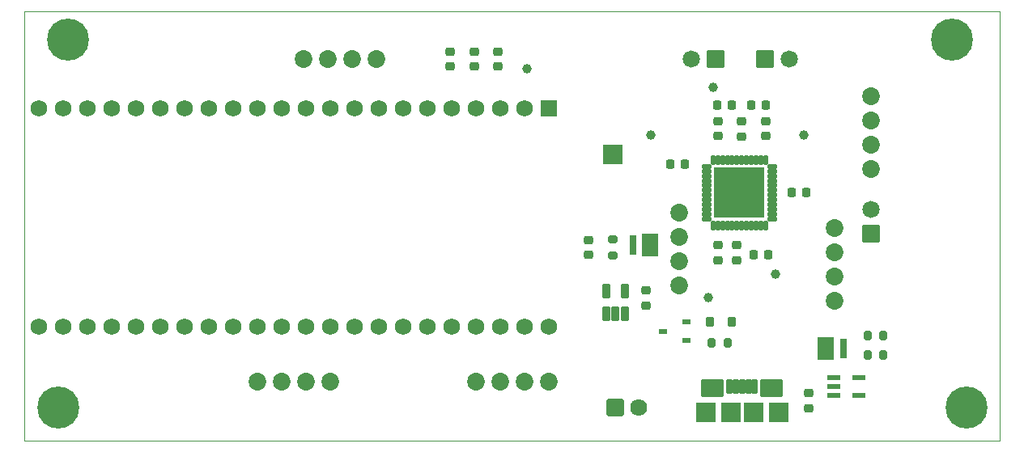
<source format=gbr>
%TF.GenerationSoftware,KiCad,Pcbnew,9.0.0*%
%TF.CreationDate,2025-05-10T16:39:55-04:00*%
%TF.ProjectId,HELPStat_V2,48454c50-5374-4617-945f-56322e6b6963,rev?*%
%TF.SameCoordinates,Original*%
%TF.FileFunction,Soldermask,Top*%
%TF.FilePolarity,Negative*%
%FSLAX46Y46*%
G04 Gerber Fmt 4.6, Leading zero omitted, Abs format (unit mm)*
G04 Created by KiCad (PCBNEW 9.0.0) date 2025-05-10 16:39:55*
%MOMM*%
%LPD*%
G01*
G04 APERTURE LIST*
G04 Aperture macros list*
%AMRoundRect*
0 Rectangle with rounded corners*
0 $1 Rounding radius*
0 $2 $3 $4 $5 $6 $7 $8 $9 X,Y pos of 4 corners*
0 Add a 4 corners polygon primitive as box body*
4,1,4,$2,$3,$4,$5,$6,$7,$8,$9,$2,$3,0*
0 Add four circle primitives for the rounded corners*
1,1,$1+$1,$2,$3*
1,1,$1+$1,$4,$5*
1,1,$1+$1,$6,$7*
1,1,$1+$1,$8,$9*
0 Add four rect primitives between the rounded corners*
20,1,$1+$1,$2,$3,$4,$5,0*
20,1,$1+$1,$4,$5,$6,$7,0*
20,1,$1+$1,$6,$7,$8,$9,0*
20,1,$1+$1,$8,$9,$2,$3,0*%
G04 Aperture macros list end*
%ADD10C,1.854000*%
%ADD11RoundRect,0.225000X-0.250000X0.225000X-0.250000X-0.225000X0.250000X-0.225000X0.250000X0.225000X0*%
%ADD12RoundRect,0.102000X0.802500X0.802500X-0.802500X0.802500X-0.802500X-0.802500X0.802500X-0.802500X0*%
%ADD13C,1.809000*%
%ADD14RoundRect,0.225000X0.250000X-0.225000X0.250000X0.225000X-0.250000X0.225000X-0.250000X-0.225000X0*%
%ADD15RoundRect,0.102000X0.787500X0.787500X-0.787500X0.787500X-0.787500X-0.787500X0.787500X-0.787500X0*%
%ADD16C,1.779000*%
%ADD17RoundRect,0.225000X0.225000X0.250000X-0.225000X0.250000X-0.225000X-0.250000X0.225000X-0.250000X0*%
%ADD18C,4.400000*%
%ADD19RoundRect,0.225000X-0.225000X-0.250000X0.225000X-0.250000X0.225000X0.250000X-0.225000X0.250000X0*%
%ADD20R,2.000000X2.000000*%
%ADD21C,1.000000*%
%ADD22RoundRect,0.200000X0.200000X0.275000X-0.200000X0.275000X-0.200000X-0.275000X0.200000X-0.275000X0*%
%ADD23R,1.320800X0.508000*%
%ADD24R,0.863600X0.558800*%
%ADD25RoundRect,0.102000X0.802500X-0.802500X0.802500X0.802500X-0.802500X0.802500X-0.802500X-0.802500X0*%
%ADD26RoundRect,0.102000X-0.315000X-0.415000X0.315000X-0.415000X0.315000X0.415000X-0.315000X0.415000X0*%
%ADD27RoundRect,0.200000X-0.200000X-0.275000X0.200000X-0.275000X0.200000X0.275000X-0.200000X0.275000X0*%
%ADD28R,1.752600X2.400000*%
%ADD29R,0.787400X2.006600*%
%ADD30RoundRect,0.102000X-0.200000X-0.675000X0.200000X-0.675000X0.200000X0.675000X-0.200000X0.675000X0*%
%ADD31RoundRect,0.102000X-1.050000X-0.800000X1.050000X-0.800000X1.050000X0.800000X-1.050000X0.800000X0*%
%ADD32RoundRect,0.102000X-0.900000X-0.950000X0.900000X-0.950000X0.900000X0.950000X-0.900000X0.950000X0*%
%ADD33RoundRect,0.102000X-0.950000X-0.950000X0.950000X-0.950000X0.950000X0.950000X-0.950000X0.950000X0*%
%ADD34RoundRect,0.060300X0.341700X-0.716700X0.341700X0.716700X-0.341700X0.716700X-0.341700X-0.716700X0*%
%ADD35RoundRect,0.102000X-0.765000X0.765000X-0.765000X-0.765000X0.765000X-0.765000X0.765000X0.765000X0*%
%ADD36C,1.734000*%
%ADD37RoundRect,0.200000X0.275000X-0.200000X0.275000X0.200000X-0.275000X0.200000X-0.275000X-0.200000X0*%
%ADD38RoundRect,0.102000X-0.802500X-0.802500X0.802500X-0.802500X0.802500X0.802500X-0.802500X0.802500X0*%
%ADD39RoundRect,0.058000X-0.174000X0.464000X-0.174000X-0.464000X0.174000X-0.464000X0.174000X0.464000X0*%
%ADD40RoundRect,0.058000X-0.464000X0.174000X-0.464000X-0.174000X0.464000X-0.174000X0.464000X0.174000X0*%
%ADD41RoundRect,0.102000X-2.550000X2.550000X-2.550000X-2.550000X2.550000X-2.550000X2.550000X2.550000X0*%
%TA.AperFunction,Profile*%
%ADD42C,0.050000*%
%TD*%
G04 APERTURE END LIST*
D10*
%TO.C,J8*%
X124000000Y-106040000D03*
X124000000Y-103500000D03*
X124000000Y-100960000D03*
X124000000Y-98420000D03*
%TD*%
D11*
%TO.C,C17*%
X117500000Y-129500000D03*
X117500000Y-131050000D03*
%TD*%
D12*
%TO.C,J4*%
X107770000Y-94500000D03*
D13*
X105230000Y-94500000D03*
%TD*%
D14*
%TO.C,C7*%
X80000000Y-95275000D03*
X80000000Y-93725000D03*
%TD*%
D15*
%TO.C,J2*%
X97250000Y-130975000D03*
D16*
X99750000Y-130975000D03*
%TD*%
D14*
%TO.C,C18*%
X108000000Y-102550000D03*
X108000000Y-101000000D03*
%TD*%
%TO.C,C9*%
X113000000Y-102550000D03*
X113000000Y-101000000D03*
%TD*%
D17*
%TO.C,C19*%
X109500000Y-99330000D03*
X107950000Y-99330000D03*
%TD*%
D18*
%TO.C,H4*%
X134000000Y-131000000D03*
%TD*%
D14*
%TO.C,C3*%
X100500000Y-120300000D03*
X100500000Y-118750000D03*
%TD*%
D19*
%TO.C,C11*%
X115725000Y-108500000D03*
X117275000Y-108500000D03*
%TD*%
D20*
%TO.C,CS0*%
X97000000Y-104500000D03*
%TD*%
D21*
%TO.C,TP4*%
X101000000Y-102500000D03*
%TD*%
D11*
%TO.C,C4*%
X94500000Y-113475000D03*
X94500000Y-115025000D03*
%TD*%
D14*
%TO.C,C5*%
X85000000Y-95275000D03*
X85000000Y-93725000D03*
%TD*%
D18*
%TO.C,H2*%
X132500000Y-92500000D03*
%TD*%
D22*
%TO.C,R8*%
X125325000Y-123500000D03*
X123675000Y-123500000D03*
%TD*%
D11*
%TO.C,C20*%
X108000000Y-114000000D03*
X108000000Y-115550000D03*
%TD*%
D23*
%TO.C,U2*%
X120159200Y-127849998D03*
X120159200Y-128799999D03*
X120159200Y-129750000D03*
X122750000Y-129750000D03*
X122750000Y-127849998D03*
%TD*%
D24*
%TO.C,MOSFET1*%
X104693800Y-123950001D03*
X104693800Y-122049999D03*
X102306200Y-123000000D03*
%TD*%
D25*
%TO.C,J3*%
X124000000Y-112770000D03*
D13*
X124000000Y-110230000D03*
%TD*%
D26*
%TO.C,D1*%
X109500000Y-122000000D03*
X107200000Y-122000000D03*
%TD*%
D27*
%TO.C,R7*%
X123675000Y-125500000D03*
X125325000Y-125500000D03*
%TD*%
D18*
%TO.C,H1*%
X40000000Y-92500000D03*
%TD*%
D10*
%TO.C,J7*%
X120250000Y-112190000D03*
X120250000Y-114730000D03*
X120250000Y-117270000D03*
X120250000Y-119810000D03*
%TD*%
D21*
%TO.C,TP5*%
X114000000Y-117000000D03*
%TD*%
%TO.C,TP6*%
X117000000Y-102500000D03*
%TD*%
D22*
%TO.C,R4*%
X109000000Y-124250000D03*
X107350000Y-124250000D03*
%TD*%
D19*
%TO.C,C10*%
X111725000Y-115000000D03*
X113275000Y-115000000D03*
%TD*%
D28*
%TO.C,LED1*%
X119281500Y-124799999D03*
D29*
X121110300Y-124799999D03*
%TD*%
D19*
%TO.C,C12*%
X111500000Y-99330000D03*
X113050000Y-99330000D03*
%TD*%
D30*
%TO.C,J1*%
X109250000Y-128825000D03*
X109900000Y-128825000D03*
X110550000Y-128825000D03*
X111200000Y-128825000D03*
X111850000Y-128825000D03*
D31*
X107450000Y-128950000D03*
X113650000Y-128950000D03*
D32*
X106750000Y-131500000D03*
D33*
X109350000Y-131500000D03*
X111750000Y-131500000D03*
D32*
X114350000Y-131500000D03*
%TD*%
D34*
%TO.C,U3*%
X96356200Y-121185000D03*
X97306200Y-121185000D03*
X98256200Y-121185000D03*
X98256200Y-118815000D03*
X96356200Y-118815000D03*
%TD*%
D10*
%TO.C,SPI0*%
X67500000Y-128250000D03*
X64960000Y-128250000D03*
X62420000Y-128250000D03*
X59880000Y-128250000D03*
%TD*%
D21*
%TO.C,TP3*%
X107500000Y-97500000D03*
%TD*%
%TO.C,TP1*%
X107000000Y-119500000D03*
%TD*%
D14*
%TO.C,C21*%
X110500000Y-102605000D03*
X110500000Y-101055000D03*
%TD*%
D35*
%TO.C,U5*%
X90340000Y-99640000D03*
D36*
X87800000Y-99640000D03*
X85260000Y-99640000D03*
X82720000Y-99640000D03*
X80180000Y-99640000D03*
X77640000Y-99640000D03*
X75100000Y-99640000D03*
X72560000Y-99640000D03*
X70020000Y-99640000D03*
X67480000Y-99640000D03*
X64940000Y-99640000D03*
X62400000Y-99640000D03*
X59860000Y-99640000D03*
X57320000Y-99640000D03*
X54780000Y-99640000D03*
X52240000Y-99640000D03*
X49700000Y-99640000D03*
X47160000Y-99640000D03*
X44620000Y-99640000D03*
X42080000Y-99640000D03*
X39540000Y-99640000D03*
X37000000Y-99640000D03*
X90340000Y-122500000D03*
X87800000Y-122500000D03*
X85260000Y-122500000D03*
X82720000Y-122500000D03*
X80180000Y-122500000D03*
X77640000Y-122500000D03*
X75100000Y-122500000D03*
X72560000Y-122500000D03*
X70020000Y-122500000D03*
X67480000Y-122500000D03*
X64940000Y-122500000D03*
X62400000Y-122500000D03*
X59860000Y-122500000D03*
X57320000Y-122500000D03*
X54780000Y-122500000D03*
X52240000Y-122500000D03*
X49700000Y-122500000D03*
X47160000Y-122500000D03*
X44620000Y-122500000D03*
X42080000Y-122500000D03*
X39540000Y-122500000D03*
X37000000Y-122500000D03*
%TD*%
D37*
%TO.C,R9*%
X97000000Y-115075000D03*
X97000000Y-113425000D03*
%TD*%
D18*
%TO.C,H3*%
X39000000Y-131000000D03*
%TD*%
D10*
%TO.C,I2C0*%
X72290000Y-94500000D03*
X69750000Y-94500000D03*
X67210000Y-94500000D03*
X64670000Y-94500000D03*
%TD*%
D11*
%TO.C,C22*%
X110000000Y-114000000D03*
X110000000Y-115550000D03*
%TD*%
D38*
%TO.C,J5*%
X112960000Y-94500000D03*
D13*
X115500000Y-94500000D03*
%TD*%
D28*
%TO.C,LED2*%
X100923100Y-114000000D03*
D29*
X99094300Y-114000000D03*
%TD*%
D17*
%TO.C,C8*%
X104550000Y-105500000D03*
X103000000Y-105500000D03*
%TD*%
D14*
%TO.C,C6*%
X82500000Y-95275000D03*
X82500000Y-93725000D03*
%TD*%
D10*
%TO.C,J6*%
X104000000Y-110575000D03*
X104000000Y-113115000D03*
X104000000Y-115655000D03*
X104000000Y-118195000D03*
%TD*%
D21*
%TO.C,TP2*%
X88000000Y-95500000D03*
%TD*%
D39*
%TO.C,U4*%
X113000000Y-105055000D03*
X112500000Y-105055000D03*
X112000000Y-105055000D03*
X111500000Y-105055000D03*
X111000000Y-105055000D03*
X110500000Y-105055000D03*
X110000000Y-105055000D03*
X109500000Y-105055000D03*
X109000000Y-105055000D03*
X108500000Y-105055000D03*
X108000000Y-105055000D03*
X107500000Y-105055000D03*
D40*
X106805000Y-105750000D03*
X106805000Y-106250000D03*
X106805000Y-106750000D03*
X106805000Y-107250000D03*
X106805000Y-107750000D03*
X106805000Y-108250000D03*
X106805000Y-108750000D03*
X106805000Y-109250000D03*
X106805000Y-109750000D03*
X106805000Y-110250000D03*
X106805000Y-110750000D03*
X106805000Y-111250000D03*
D39*
X107500000Y-111945000D03*
X108000000Y-111945000D03*
X108500000Y-111945000D03*
X109000000Y-111945000D03*
X109500000Y-111945000D03*
X110000000Y-111945000D03*
X110500000Y-111945000D03*
X111000000Y-111945000D03*
X111500000Y-111945000D03*
X112000000Y-111945000D03*
X112500000Y-111945000D03*
X113000000Y-111945000D03*
D40*
X113695000Y-111250000D03*
X113695000Y-110750000D03*
X113695000Y-110250000D03*
X113695000Y-109750000D03*
X113695000Y-109250000D03*
X113695000Y-108750000D03*
X113695000Y-108250000D03*
X113695000Y-107750000D03*
X113695000Y-107250000D03*
X113695000Y-106750000D03*
X113695000Y-106250000D03*
X113695000Y-105750000D03*
D41*
X110250000Y-108500000D03*
%TD*%
D10*
%TO.C,UART0*%
X82690000Y-128250000D03*
X85230000Y-128250000D03*
X87770000Y-128250000D03*
X90310000Y-128250000D03*
%TD*%
D42*
X35500000Y-89500000D02*
X137500000Y-89500000D01*
X137500000Y-134500000D01*
X35500000Y-134500000D01*
X35500000Y-89500000D01*
M02*

</source>
